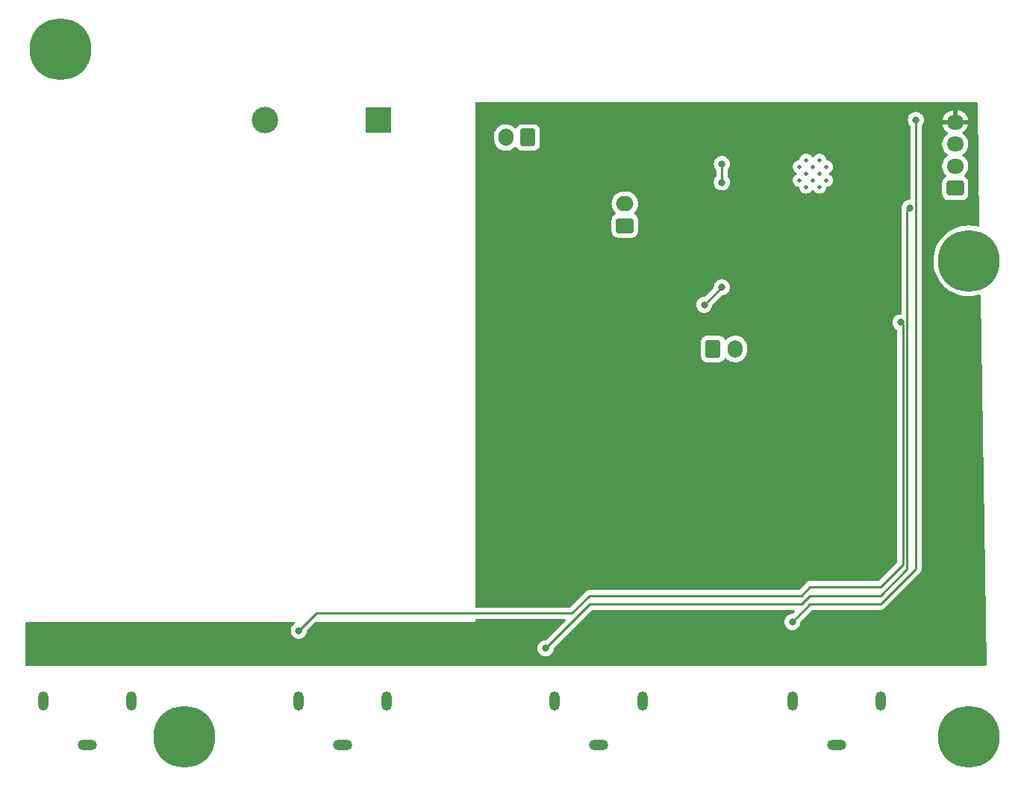
<source format=gbr>
%TF.GenerationSoftware,KiCad,Pcbnew,(6.0.10-0)*%
%TF.CreationDate,2023-07-20T21:22:02-04:00*%
%TF.ProjectId,Buzzers v2,42757a7a-6572-4732-9076-322e6b696361,rev?*%
%TF.SameCoordinates,Original*%
%TF.FileFunction,Copper,L2,Bot*%
%TF.FilePolarity,Positive*%
%FSLAX46Y46*%
G04 Gerber Fmt 4.6, Leading zero omitted, Abs format (unit mm)*
G04 Created by KiCad (PCBNEW (6.0.10-0)) date 2023-07-20 21:22:02*
%MOMM*%
%LPD*%
G01*
G04 APERTURE LIST*
G04 Aperture macros list*
%AMRoundRect*
0 Rectangle with rounded corners*
0 $1 Rounding radius*
0 $2 $3 $4 $5 $6 $7 $8 $9 X,Y pos of 4 corners*
0 Add a 4 corners polygon primitive as box body*
4,1,4,$2,$3,$4,$5,$6,$7,$8,$9,$2,$3,0*
0 Add four circle primitives for the rounded corners*
1,1,$1+$1,$2,$3*
1,1,$1+$1,$4,$5*
1,1,$1+$1,$6,$7*
1,1,$1+$1,$8,$9*
0 Add four rect primitives between the rounded corners*
20,1,$1+$1,$2,$3,$4,$5,0*
20,1,$1+$1,$4,$5,$6,$7,0*
20,1,$1+$1,$6,$7,$8,$9,0*
20,1,$1+$1,$8,$9,$2,$3,0*%
G04 Aperture macros list end*
%TA.AperFunction,ComponentPad*%
%ADD10RoundRect,0.250000X0.600000X0.750000X-0.600000X0.750000X-0.600000X-0.750000X0.600000X-0.750000X0*%
%TD*%
%TA.AperFunction,ComponentPad*%
%ADD11O,1.700000X2.000000*%
%TD*%
%TA.AperFunction,ComponentPad*%
%ADD12C,7.000000*%
%TD*%
%TA.AperFunction,ComponentPad*%
%ADD13RoundRect,0.250000X-0.600000X-0.750000X0.600000X-0.750000X0.600000X0.750000X-0.600000X0.750000X0*%
%TD*%
%TA.AperFunction,ComponentPad*%
%ADD14O,1.200000X2.200000*%
%TD*%
%TA.AperFunction,ComponentPad*%
%ADD15O,2.200000X1.200000*%
%TD*%
%TA.AperFunction,HeatsinkPad*%
%ADD16C,0.475000*%
%TD*%
%TA.AperFunction,ComponentPad*%
%ADD17R,3.000000X3.000000*%
%TD*%
%TA.AperFunction,ComponentPad*%
%ADD18C,3.000000*%
%TD*%
%TA.AperFunction,ComponentPad*%
%ADD19RoundRect,0.250000X0.725000X-0.600000X0.725000X0.600000X-0.725000X0.600000X-0.725000X-0.600000X0*%
%TD*%
%TA.AperFunction,ComponentPad*%
%ADD20O,1.950000X1.700000*%
%TD*%
%TA.AperFunction,ComponentPad*%
%ADD21RoundRect,0.250000X0.750000X-0.600000X0.750000X0.600000X-0.750000X0.600000X-0.750000X-0.600000X0*%
%TD*%
%TA.AperFunction,ComponentPad*%
%ADD22O,2.000000X1.700000*%
%TD*%
%TA.AperFunction,ViaPad*%
%ADD23C,0.800000*%
%TD*%
%TA.AperFunction,Conductor*%
%ADD24C,0.250000*%
%TD*%
G04 APERTURE END LIST*
D10*
%TO.P,J1,1,Pin_1*%
%TO.N,Net-(C1-Pad1)*%
X134000000Y-52000000D03*
D11*
%TO.P,J1,2,Pin_2*%
%TO.N,Net-(BT1-Pad1)*%
X131500000Y-52000000D03*
%TD*%
D12*
%TO.P,H2,1,1*%
%TO.N,GND*%
X184000000Y-120000000D03*
%TD*%
D13*
%TO.P,J8,1,Pin_1*%
%TO.N,Net-(U2-Pad10)*%
X155000000Y-76000000D03*
D11*
%TO.P,J8,2,Pin_2*%
%TO.N,GND*%
X157500000Y-76000000D03*
%TD*%
D12*
%TO.P,H3,1,1*%
%TO.N,GND*%
X81000000Y-42000000D03*
%TD*%
D14*
%TO.P,J5,R*%
%TO.N,Net-(J5-PadR)*%
X79000000Y-116000000D03*
D15*
%TO.P,J5,S*%
%TO.N,GND*%
X84000000Y-121000000D03*
D14*
%TO.P,J5,T*%
%TO.N,Net-(J5-PadT)*%
X89000000Y-116000000D03*
%TD*%
D12*
%TO.P,H1,1,1*%
%TO.N,GND*%
X184000000Y-66000000D03*
%TD*%
D16*
%TO.P,U2,39,GND*%
%TO.N,GND*%
X166320000Y-55327500D03*
X167082500Y-56090000D03*
X166320000Y-56852500D03*
X167082500Y-54565000D03*
X167845000Y-55327500D03*
X167082500Y-57615000D03*
X165557500Y-57615000D03*
X164795000Y-55327500D03*
X167845000Y-56852500D03*
X165557500Y-54565000D03*
X165557500Y-56090000D03*
X164795000Y-56852500D03*
%TD*%
D17*
%TO.P,BT1,1,+*%
%TO.N,Net-(BT1-Pad1)*%
X117000000Y-50000000D03*
D18*
%TO.P,BT1,2,-*%
%TO.N,GND*%
X104200000Y-50000000D03*
%TD*%
D19*
%TO.P,J6,1,Pin_1*%
%TO.N,Net-(J6-Pad1)*%
X182475000Y-57750000D03*
D20*
%TO.P,J6,2,Pin_2*%
%TO.N,Net-(J6-Pad2)*%
X182475000Y-55250000D03*
%TO.P,J6,3,Pin_3*%
%TO.N,GND*%
X182475000Y-52750000D03*
%TO.P,J6,4,Pin_4*%
%TO.N,+3.3V*%
X182475000Y-50250000D03*
%TD*%
D14*
%TO.P,J2,R*%
%TO.N,Net-(J2-PadR)*%
X164000000Y-116000000D03*
D15*
%TO.P,J2,S*%
%TO.N,GND*%
X169000000Y-121000000D03*
D14*
%TO.P,J2,T*%
%TO.N,Net-(J2-PadT)*%
X174000000Y-116000000D03*
%TD*%
%TO.P,J3,R*%
%TO.N,Net-(J3-PadR)*%
X137000000Y-116000000D03*
D15*
%TO.P,J3,S*%
%TO.N,GND*%
X142000000Y-121000000D03*
D14*
%TO.P,J3,T*%
%TO.N,Net-(J3-PadT)*%
X147000000Y-116000000D03*
%TD*%
%TO.P,J4,R*%
%TO.N,Net-(J4-PadR)*%
X108000000Y-116000000D03*
D15*
%TO.P,J4,S*%
%TO.N,GND*%
X113000000Y-121000000D03*
D14*
%TO.P,J4,T*%
%TO.N,Net-(J4-PadT)*%
X118000000Y-116000000D03*
%TD*%
D21*
%TO.P,J7,1,Pin_1*%
%TO.N,GND*%
X145000000Y-62000000D03*
D22*
%TO.P,J7,2,Pin_2*%
%TO.N,Net-(J7-Pad2)*%
X145000000Y-59500000D03*
%TD*%
D12*
%TO.P,H4,1,1*%
%TO.N,GND*%
X95000000Y-120000000D03*
%TD*%
D23*
%TO.N,+3.3V*%
X148000000Y-50000000D03*
X139000000Y-61000000D03*
X113000000Y-110000000D03*
X151000000Y-70000000D03*
X142000000Y-110000000D03*
X84000000Y-110000000D03*
X169000000Y-110000000D03*
%TO.N,Net-(C5-Pad1)*%
X156000000Y-57094500D03*
X156000000Y-55000000D03*
%TO.N,Net-(J5-PadR)*%
X156000000Y-69000000D03*
X154000000Y-71000000D03*
%TO.N,Net-(J4-PadR)*%
X108000000Y-108000000D03*
X176275500Y-73000000D03*
%TO.N,Net-(J3-PadR)*%
X177275500Y-60000000D03*
X136000000Y-110000000D03*
%TO.N,Net-(J2-PadR)*%
X164000000Y-107000000D03*
X178000000Y-50000000D03*
%TD*%
D24*
%TO.N,Net-(C5-Pad1)*%
X156000000Y-57094500D02*
X156000000Y-55000000D01*
%TO.N,Net-(J5-PadR)*%
X154000000Y-71000000D02*
X156000000Y-69000000D01*
%TO.N,Net-(J4-PadR)*%
X176550000Y-73274500D02*
X176275500Y-73000000D01*
X176550000Y-100000000D02*
X176550000Y-73274500D01*
X165000000Y-104000000D02*
X166000000Y-103000000D01*
X176550000Y-100450000D02*
X176550000Y-100000000D01*
X110000000Y-106000000D02*
X139000000Y-106000000D01*
X166000000Y-103000000D02*
X174000000Y-103000000D01*
X141000000Y-104000000D02*
X165000000Y-104000000D01*
X108000000Y-108000000D02*
X110000000Y-106000000D01*
X174000000Y-103000000D02*
X176550000Y-100450000D01*
X139000000Y-106000000D02*
X141000000Y-104000000D01*
%TO.N,Net-(J3-PadR)*%
X166000000Y-104000000D02*
X174000000Y-104000000D01*
X177000000Y-101000000D02*
X177000000Y-60275500D01*
X165000000Y-105000000D02*
X166000000Y-104000000D01*
X136000000Y-110000000D02*
X141000000Y-105000000D01*
X177000000Y-60275500D02*
X177275500Y-60000000D01*
X174000000Y-104000000D02*
X177000000Y-101000000D01*
X141000000Y-105000000D02*
X165000000Y-105000000D01*
%TO.N,Net-(J2-PadR)*%
X178000000Y-101000000D02*
X178000000Y-99000000D01*
X166000000Y-105000000D02*
X174000000Y-105000000D01*
X164000000Y-107000000D02*
X166000000Y-105000000D01*
X178000000Y-99000000D02*
X178000000Y-50000000D01*
X174000000Y-105000000D02*
X178000000Y-101000000D01*
%TD*%
%TA.AperFunction,Conductor*%
%TO.N,+3.3V*%
G36*
X184944074Y-48020002D02*
G01*
X184990567Y-48073658D01*
X185001938Y-48124031D01*
X185218906Y-62009996D01*
X185199970Y-62078421D01*
X185147048Y-62125747D01*
X185076940Y-62136947D01*
X185061590Y-62134007D01*
X184845099Y-62078421D01*
X184809977Y-62069403D01*
X184809974Y-62069402D01*
X184806993Y-62068637D01*
X184419508Y-62008651D01*
X184028018Y-61986764D01*
X184024939Y-61986893D01*
X184024936Y-61986893D01*
X183769188Y-61997612D01*
X183636261Y-62003183D01*
X183633217Y-62003611D01*
X183633215Y-62003611D01*
X183587784Y-62009996D01*
X183247976Y-62057753D01*
X182866869Y-62149953D01*
X182496579Y-62278902D01*
X182140638Y-62443369D01*
X181802446Y-62641785D01*
X181656223Y-62748022D01*
X181487711Y-62870453D01*
X181487705Y-62870458D01*
X181485230Y-62872256D01*
X181192017Y-63132583D01*
X181189938Y-63134828D01*
X181189931Y-63134835D01*
X180982816Y-63358500D01*
X180925608Y-63420279D01*
X180688544Y-63732599D01*
X180483089Y-64066562D01*
X180311203Y-64418980D01*
X180174527Y-64786489D01*
X180074367Y-65165581D01*
X180011677Y-65552638D01*
X179987057Y-65943965D01*
X180000741Y-66335827D01*
X180052599Y-66724484D01*
X180142136Y-67106225D01*
X180268496Y-67477407D01*
X180430475Y-67834487D01*
X180626525Y-68174056D01*
X180628314Y-68176554D01*
X180628316Y-68176558D01*
X180829915Y-68458148D01*
X180854776Y-68492874D01*
X181113049Y-68787896D01*
X181398878Y-69056308D01*
X181709536Y-69295546D01*
X181712139Y-69297173D01*
X181712144Y-69297176D01*
X181821119Y-69365271D01*
X182042056Y-69503328D01*
X182393266Y-69677670D01*
X182759812Y-69816907D01*
X183138195Y-69919712D01*
X183436419Y-69970153D01*
X183521783Y-69984591D01*
X183521786Y-69984591D01*
X183524805Y-69985102D01*
X183679444Y-69995916D01*
X183912885Y-70012240D01*
X183912893Y-70012240D01*
X183915951Y-70012454D01*
X184168037Y-70005413D01*
X184304825Y-70001592D01*
X184304828Y-70001592D01*
X184307899Y-70001506D01*
X184310952Y-70001120D01*
X184310956Y-70001120D01*
X184452576Y-69983229D01*
X184696908Y-69952362D01*
X184699912Y-69951680D01*
X184699915Y-69951679D01*
X185076269Y-69866174D01*
X185076275Y-69866172D01*
X185079265Y-69865493D01*
X185082184Y-69864522D01*
X185082191Y-69864520D01*
X185177221Y-69832908D01*
X185248172Y-69830385D01*
X185309225Y-69866622D01*
X185340994Y-69930114D01*
X185342976Y-69950491D01*
X185670488Y-90911264D01*
X185998000Y-111872031D01*
X185979064Y-111940456D01*
X185926142Y-111987782D01*
X185872015Y-112000000D01*
X77126000Y-112000000D01*
X77057879Y-111979998D01*
X77011386Y-111926342D01*
X77000000Y-111874000D01*
X77000000Y-107126000D01*
X77020002Y-107057879D01*
X77073658Y-107011386D01*
X77126000Y-107000000D01*
X107442962Y-107000000D01*
X107511083Y-107020002D01*
X107557576Y-107073658D01*
X107567680Y-107143932D01*
X107538186Y-107208512D01*
X107517025Y-107227934D01*
X107388747Y-107321134D01*
X107260960Y-107463056D01*
X107165473Y-107628444D01*
X107106458Y-107810072D01*
X107086496Y-108000000D01*
X107106458Y-108189928D01*
X107165473Y-108371556D01*
X107260960Y-108536944D01*
X107388747Y-108678866D01*
X107543248Y-108791118D01*
X107549276Y-108793802D01*
X107549278Y-108793803D01*
X107711681Y-108866109D01*
X107717712Y-108868794D01*
X107811113Y-108888647D01*
X107898056Y-108907128D01*
X107898061Y-108907128D01*
X107904513Y-108908500D01*
X108095487Y-108908500D01*
X108101939Y-108907128D01*
X108101944Y-108907128D01*
X108188887Y-108888647D01*
X108282288Y-108868794D01*
X108288319Y-108866109D01*
X108450722Y-108793803D01*
X108450724Y-108793802D01*
X108456752Y-108791118D01*
X108611253Y-108678866D01*
X108739040Y-108536944D01*
X108834527Y-108371556D01*
X108893542Y-108189928D01*
X108910907Y-108024706D01*
X108937920Y-107959050D01*
X108947113Y-107948791D01*
X109859002Y-107036903D01*
X109921312Y-107002879D01*
X109948095Y-107000000D01*
X128000000Y-107000000D01*
X128000000Y-106759500D01*
X128020002Y-106691379D01*
X128073658Y-106644886D01*
X128126000Y-106633500D01*
X138166406Y-106633500D01*
X138234527Y-106653502D01*
X138281020Y-106707158D01*
X138291124Y-106777432D01*
X138261630Y-106842012D01*
X138255502Y-106848594D01*
X137145045Y-107959050D01*
X136049500Y-109054595D01*
X135987188Y-109088621D01*
X135960405Y-109091500D01*
X135904513Y-109091500D01*
X135898061Y-109092872D01*
X135898056Y-109092872D01*
X135811112Y-109111353D01*
X135717712Y-109131206D01*
X135711682Y-109133891D01*
X135711681Y-109133891D01*
X135549278Y-109206197D01*
X135549276Y-109206198D01*
X135543248Y-109208882D01*
X135388747Y-109321134D01*
X135260960Y-109463056D01*
X135165473Y-109628444D01*
X135106458Y-109810072D01*
X135086496Y-110000000D01*
X135106458Y-110189928D01*
X135165473Y-110371556D01*
X135260960Y-110536944D01*
X135388747Y-110678866D01*
X135543248Y-110791118D01*
X135549276Y-110793802D01*
X135549278Y-110793803D01*
X135711681Y-110866109D01*
X135717712Y-110868794D01*
X135811113Y-110888647D01*
X135898056Y-110907128D01*
X135898061Y-110907128D01*
X135904513Y-110908500D01*
X136095487Y-110908500D01*
X136101939Y-110907128D01*
X136101944Y-110907128D01*
X136188887Y-110888647D01*
X136282288Y-110868794D01*
X136288319Y-110866109D01*
X136450722Y-110793803D01*
X136450724Y-110793802D01*
X136456752Y-110791118D01*
X136611253Y-110678866D01*
X136739040Y-110536944D01*
X136834527Y-110371556D01*
X136893542Y-110189928D01*
X136910907Y-110024706D01*
X136937920Y-109959050D01*
X136947122Y-109948782D01*
X141225500Y-105670405D01*
X141287812Y-105636379D01*
X141314595Y-105633500D01*
X164166405Y-105633500D01*
X164234526Y-105653502D01*
X164281019Y-105707158D01*
X164291123Y-105777432D01*
X164261629Y-105842012D01*
X164255500Y-105848595D01*
X164049500Y-106054595D01*
X163987188Y-106088621D01*
X163960405Y-106091500D01*
X163904513Y-106091500D01*
X163898061Y-106092872D01*
X163898056Y-106092872D01*
X163811113Y-106111353D01*
X163717712Y-106131206D01*
X163711682Y-106133891D01*
X163711681Y-106133891D01*
X163549278Y-106206197D01*
X163549276Y-106206198D01*
X163543248Y-106208882D01*
X163388747Y-106321134D01*
X163260960Y-106463056D01*
X163165473Y-106628444D01*
X163106458Y-106810072D01*
X163086496Y-107000000D01*
X163106458Y-107189928D01*
X163165473Y-107371556D01*
X163260960Y-107536944D01*
X163388747Y-107678866D01*
X163543248Y-107791118D01*
X163549276Y-107793802D01*
X163549278Y-107793803D01*
X163600560Y-107816635D01*
X163717712Y-107868794D01*
X163811112Y-107888647D01*
X163898056Y-107907128D01*
X163898061Y-107907128D01*
X163904513Y-107908500D01*
X164095487Y-107908500D01*
X164101939Y-107907128D01*
X164101944Y-107907128D01*
X164188888Y-107888647D01*
X164282288Y-107868794D01*
X164399440Y-107816635D01*
X164450722Y-107793803D01*
X164450724Y-107793802D01*
X164456752Y-107791118D01*
X164611253Y-107678866D01*
X164739040Y-107536944D01*
X164834527Y-107371556D01*
X164893542Y-107189928D01*
X164910907Y-107024706D01*
X164937920Y-106959050D01*
X164947122Y-106948782D01*
X166225500Y-105670405D01*
X166287812Y-105636379D01*
X166314595Y-105633500D01*
X173921233Y-105633500D01*
X173932416Y-105634027D01*
X173939909Y-105635702D01*
X173947835Y-105635453D01*
X173947836Y-105635453D01*
X174007986Y-105633562D01*
X174011945Y-105633500D01*
X174039856Y-105633500D01*
X174043791Y-105633003D01*
X174043856Y-105632995D01*
X174055693Y-105632062D01*
X174087951Y-105631048D01*
X174091970Y-105630922D01*
X174099889Y-105630673D01*
X174119343Y-105625021D01*
X174138700Y-105621013D01*
X174150930Y-105619468D01*
X174150931Y-105619468D01*
X174158797Y-105618474D01*
X174166168Y-105615555D01*
X174166170Y-105615555D01*
X174199912Y-105602196D01*
X174211142Y-105598351D01*
X174245983Y-105588229D01*
X174245984Y-105588229D01*
X174253593Y-105586018D01*
X174260412Y-105581985D01*
X174260417Y-105581983D01*
X174271028Y-105575707D01*
X174288776Y-105567012D01*
X174307617Y-105559552D01*
X174343387Y-105533564D01*
X174353307Y-105527048D01*
X174384535Y-105508580D01*
X174384538Y-105508578D01*
X174391362Y-105504542D01*
X174405683Y-105490221D01*
X174420717Y-105477380D01*
X174430694Y-105470131D01*
X174437107Y-105465472D01*
X174465298Y-105431395D01*
X174473288Y-105422616D01*
X178392247Y-101503657D01*
X178400537Y-101496113D01*
X178407018Y-101492000D01*
X178453659Y-101442332D01*
X178456413Y-101439491D01*
X178476134Y-101419770D01*
X178478612Y-101416575D01*
X178486318Y-101407553D01*
X178511158Y-101381101D01*
X178516586Y-101375321D01*
X178526346Y-101357568D01*
X178537199Y-101341045D01*
X178544753Y-101331306D01*
X178549613Y-101325041D01*
X178567176Y-101284457D01*
X178572383Y-101273827D01*
X178593695Y-101235060D01*
X178595666Y-101227383D01*
X178595668Y-101227378D01*
X178598732Y-101215442D01*
X178605138Y-101196730D01*
X178610033Y-101185419D01*
X178613181Y-101178145D01*
X178614421Y-101170317D01*
X178614423Y-101170310D01*
X178620099Y-101134476D01*
X178622505Y-101122856D01*
X178631528Y-101087711D01*
X178631528Y-101087710D01*
X178633500Y-101080030D01*
X178633500Y-101059776D01*
X178635051Y-101040065D01*
X178636980Y-101027886D01*
X178638220Y-101020057D01*
X178634059Y-100976038D01*
X178633500Y-100964181D01*
X178633500Y-55185774D01*
X180988102Y-55185774D01*
X180996751Y-55416158D01*
X181044093Y-55641791D01*
X181046051Y-55646750D01*
X181046052Y-55646752D01*
X181112463Y-55814913D01*
X181128776Y-55856221D01*
X181248377Y-56053317D01*
X181251874Y-56057347D01*
X181374034Y-56198124D01*
X181399477Y-56227445D01*
X181435120Y-56256670D01*
X181475114Y-56315329D01*
X181477046Y-56386299D01*
X181440302Y-56447048D01*
X181421532Y-56461248D01*
X181338258Y-56512780D01*
X181275652Y-56551522D01*
X181270479Y-56556704D01*
X181263920Y-56563274D01*
X181150695Y-56676697D01*
X181146855Y-56682927D01*
X181146854Y-56682928D01*
X181118314Y-56729229D01*
X181057885Y-56827262D01*
X181002203Y-56995139D01*
X181001503Y-57001975D01*
X181001502Y-57001978D01*
X180997689Y-57039196D01*
X180991500Y-57099600D01*
X180991500Y-58400400D01*
X181002474Y-58506166D01*
X181004655Y-58512702D01*
X181004655Y-58512704D01*
X181048728Y-58644806D01*
X181058450Y-58673946D01*
X181151522Y-58824348D01*
X181276697Y-58949305D01*
X181282927Y-58953145D01*
X181282928Y-58953146D01*
X181420090Y-59037694D01*
X181427262Y-59042115D01*
X181507005Y-59068564D01*
X181588611Y-59095632D01*
X181588613Y-59095632D01*
X181595139Y-59097797D01*
X181601975Y-59098497D01*
X181601978Y-59098498D01*
X181645031Y-59102909D01*
X181699600Y-59108500D01*
X183250400Y-59108500D01*
X183253646Y-59108163D01*
X183253650Y-59108163D01*
X183349308Y-59098238D01*
X183349312Y-59098237D01*
X183356166Y-59097526D01*
X183362702Y-59095345D01*
X183362704Y-59095345D01*
X183494806Y-59051272D01*
X183523946Y-59041550D01*
X183674348Y-58948478D01*
X183799305Y-58823303D01*
X183825047Y-58781542D01*
X183888275Y-58678968D01*
X183888276Y-58678966D01*
X183892115Y-58672738D01*
X183947797Y-58504861D01*
X183958500Y-58400400D01*
X183958500Y-57099600D01*
X183949750Y-57015269D01*
X183948238Y-57000692D01*
X183948237Y-57000688D01*
X183947526Y-56993834D01*
X183891550Y-56826054D01*
X183798478Y-56675652D01*
X183673303Y-56550695D01*
X183647488Y-56534782D01*
X183552591Y-56476287D01*
X183527660Y-56460919D01*
X183480168Y-56408148D01*
X183468744Y-56338076D01*
X183497018Y-56272952D01*
X183506805Y-56262490D01*
X183576746Y-56195769D01*
X183621135Y-56153424D01*
X183758754Y-55968458D01*
X183778776Y-55929079D01*
X183836820Y-55814913D01*
X183863240Y-55762949D01*
X183899321Y-55646752D01*
X183930024Y-55547871D01*
X183931607Y-55542773D01*
X183940381Y-55476574D01*
X183961198Y-55319511D01*
X183961198Y-55319506D01*
X183961898Y-55314226D01*
X183953249Y-55083842D01*
X183905907Y-54858209D01*
X183903859Y-54853023D01*
X183823185Y-54648744D01*
X183823184Y-54648742D01*
X183821224Y-54643779D01*
X183815733Y-54634729D01*
X183704390Y-54451243D01*
X183701623Y-54446683D01*
X183666041Y-54405678D01*
X183554023Y-54276588D01*
X183554021Y-54276586D01*
X183550523Y-54272555D01*
X183492867Y-54225280D01*
X183376373Y-54129760D01*
X183376367Y-54129756D01*
X183372245Y-54126376D01*
X183340750Y-54108448D01*
X183291445Y-54057368D01*
X183277583Y-53987738D01*
X183303566Y-53921667D01*
X183332716Y-53894427D01*
X183418792Y-53836477D01*
X183454319Y-53812559D01*
X183621135Y-53653424D01*
X183758754Y-53468458D01*
X183765136Y-53455907D01*
X183815818Y-53356221D01*
X183863240Y-53262949D01*
X183877486Y-53217072D01*
X183930024Y-53047871D01*
X183931607Y-53042773D01*
X183937290Y-52999892D01*
X183961198Y-52819511D01*
X183961198Y-52819506D01*
X183961898Y-52814226D01*
X183953249Y-52583842D01*
X183905907Y-52358209D01*
X183846543Y-52207890D01*
X183823185Y-52148744D01*
X183823184Y-52148742D01*
X183821224Y-52143779D01*
X183701623Y-51946683D01*
X183649772Y-51886930D01*
X183554023Y-51776588D01*
X183554021Y-51776586D01*
X183550523Y-51772555D01*
X183488491Y-51721692D01*
X183376373Y-51629760D01*
X183376367Y-51629756D01*
X183372245Y-51626376D01*
X183367602Y-51623733D01*
X183340265Y-51608171D01*
X183290959Y-51557088D01*
X183277098Y-51487458D01*
X183303082Y-51421387D01*
X183332232Y-51394149D01*
X183449578Y-51315148D01*
X183457870Y-51308481D01*
X183616900Y-51156772D01*
X183623941Y-51148814D01*
X183755141Y-50972475D01*
X183760745Y-50963438D01*
X183860357Y-50767516D01*
X183864357Y-50757665D01*
X183929534Y-50547760D01*
X183931817Y-50537376D01*
X183933861Y-50521957D01*
X183931665Y-50507793D01*
X183918478Y-50504000D01*
X181033808Y-50504000D01*
X181020277Y-50507973D01*
X181018752Y-50518580D01*
X181043477Y-50636421D01*
X181046537Y-50646617D01*
X181127263Y-50851029D01*
X181131994Y-50860561D01*
X181246016Y-51048462D01*
X181252280Y-51057052D01*
X181396327Y-51223052D01*
X181403958Y-51230472D01*
X181573911Y-51369826D01*
X181582674Y-51375848D01*
X181609711Y-51391238D01*
X181659018Y-51442320D01*
X181672880Y-51511951D01*
X181646897Y-51578022D01*
X181617747Y-51605261D01*
X181613425Y-51608171D01*
X181495681Y-51687441D01*
X181328865Y-51846576D01*
X181191246Y-52031542D01*
X181086760Y-52237051D01*
X181085178Y-52242145D01*
X181085177Y-52242148D01*
X181044109Y-52374409D01*
X181018393Y-52457227D01*
X181017692Y-52462516D01*
X180999090Y-52602872D01*
X180988102Y-52685774D01*
X180996751Y-52916158D01*
X180997846Y-52921377D01*
X181019159Y-53022954D01*
X181044093Y-53141791D01*
X181046051Y-53146750D01*
X181046052Y-53146752D01*
X181124003Y-53344134D01*
X181128776Y-53356221D01*
X181131543Y-53360780D01*
X181131544Y-53360783D01*
X181193998Y-53463703D01*
X181248377Y-53553317D01*
X181251874Y-53557347D01*
X181338438Y-53657103D01*
X181399477Y-53727445D01*
X181403608Y-53730832D01*
X181573627Y-53870240D01*
X181573633Y-53870244D01*
X181577755Y-53873624D01*
X181609250Y-53891552D01*
X181658555Y-53942632D01*
X181672417Y-54012262D01*
X181646434Y-54078333D01*
X181617284Y-54105573D01*
X181495681Y-54187441D01*
X181491824Y-54191120D01*
X181491822Y-54191122D01*
X181449807Y-54231203D01*
X181328865Y-54346576D01*
X181191246Y-54531542D01*
X181188830Y-54536293D01*
X181188828Y-54536297D01*
X181159716Y-54593557D01*
X181086760Y-54737051D01*
X181085178Y-54742145D01*
X181085177Y-54742148D01*
X181046358Y-54867166D01*
X181018393Y-54957227D01*
X181017692Y-54962516D01*
X180991362Y-55161179D01*
X180988102Y-55185774D01*
X178633500Y-55185774D01*
X178633500Y-50702524D01*
X178653502Y-50634403D01*
X178665858Y-50618221D01*
X178739040Y-50536944D01*
X178834527Y-50371556D01*
X178893542Y-50189928D01*
X178913504Y-50000000D01*
X178911196Y-49978043D01*
X181016139Y-49978043D01*
X181018335Y-49992207D01*
X181031522Y-49996000D01*
X182202885Y-49996000D01*
X182218124Y-49991525D01*
X182219329Y-49990135D01*
X182221000Y-49982452D01*
X182221000Y-49977885D01*
X182729000Y-49977885D01*
X182733475Y-49993124D01*
X182734865Y-49994329D01*
X182742548Y-49996000D01*
X183916192Y-49996000D01*
X183929723Y-49992027D01*
X183931248Y-49981420D01*
X183906523Y-49863579D01*
X183903463Y-49853383D01*
X183822737Y-49648971D01*
X183818006Y-49639439D01*
X183703984Y-49451538D01*
X183697720Y-49442948D01*
X183553673Y-49276948D01*
X183546042Y-49269528D01*
X183376089Y-49130174D01*
X183367322Y-49124150D01*
X183176318Y-49015424D01*
X183166654Y-49010959D01*
X182960059Y-48935969D01*
X182949792Y-48933198D01*
X182746826Y-48896496D01*
X182733586Y-48897915D01*
X182729000Y-48912550D01*
X182729000Y-49977885D01*
X182221000Y-49977885D01*
X182221000Y-48916151D01*
X182216690Y-48901473D01*
X182204807Y-48899410D01*
X182125675Y-48906124D01*
X182115203Y-48907914D01*
X181902465Y-48963130D01*
X181892425Y-48966665D01*
X181692030Y-49056937D01*
X181682744Y-49062106D01*
X181500425Y-49184850D01*
X181492130Y-49191519D01*
X181333100Y-49343228D01*
X181326059Y-49351186D01*
X181194859Y-49527525D01*
X181189255Y-49536562D01*
X181089643Y-49732484D01*
X181085643Y-49742335D01*
X181020466Y-49952240D01*
X181018183Y-49962624D01*
X181016139Y-49978043D01*
X178911196Y-49978043D01*
X178893542Y-49810072D01*
X178834527Y-49628444D01*
X178739040Y-49463056D01*
X178611253Y-49321134D01*
X178456752Y-49208882D01*
X178450724Y-49206198D01*
X178450722Y-49206197D01*
X178288319Y-49133891D01*
X178288318Y-49133891D01*
X178282288Y-49131206D01*
X178188887Y-49111353D01*
X178101944Y-49092872D01*
X178101939Y-49092872D01*
X178095487Y-49091500D01*
X177904513Y-49091500D01*
X177898061Y-49092872D01*
X177898056Y-49092872D01*
X177811113Y-49111353D01*
X177717712Y-49131206D01*
X177711682Y-49133891D01*
X177711681Y-49133891D01*
X177549278Y-49206197D01*
X177549276Y-49206198D01*
X177543248Y-49208882D01*
X177388747Y-49321134D01*
X177260960Y-49463056D01*
X177165473Y-49628444D01*
X177106458Y-49810072D01*
X177086496Y-50000000D01*
X177106458Y-50189928D01*
X177165473Y-50371556D01*
X177260960Y-50536944D01*
X177334137Y-50618215D01*
X177364853Y-50682221D01*
X177366500Y-50702524D01*
X177366500Y-58965500D01*
X177346498Y-59033621D01*
X177292842Y-59080114D01*
X177240500Y-59091500D01*
X177180013Y-59091500D01*
X177173561Y-59092872D01*
X177173556Y-59092872D01*
X177086612Y-59111353D01*
X176993212Y-59131206D01*
X176987182Y-59133891D01*
X176987181Y-59133891D01*
X176824778Y-59206197D01*
X176824776Y-59206198D01*
X176818748Y-59208882D01*
X176664247Y-59321134D01*
X176536460Y-59463056D01*
X176440973Y-59628444D01*
X176381958Y-59810072D01*
X176381268Y-59816633D01*
X176381268Y-59816635D01*
X176373369Y-59891791D01*
X176361996Y-60000000D01*
X176362686Y-60006565D01*
X176375511Y-60128596D01*
X176372243Y-60173098D01*
X176368472Y-60187786D01*
X176368471Y-60187792D01*
X176366500Y-60195470D01*
X176366500Y-60215724D01*
X176364949Y-60235434D01*
X176361780Y-60255443D01*
X176362526Y-60263335D01*
X176365941Y-60299461D01*
X176366500Y-60311319D01*
X176366500Y-71965500D01*
X176346498Y-72033621D01*
X176292842Y-72080114D01*
X176240500Y-72091500D01*
X176180013Y-72091500D01*
X176173561Y-72092872D01*
X176173556Y-72092872D01*
X176086612Y-72111353D01*
X175993212Y-72131206D01*
X175987182Y-72133891D01*
X175987181Y-72133891D01*
X175824778Y-72206197D01*
X175824776Y-72206198D01*
X175818748Y-72208882D01*
X175664247Y-72321134D01*
X175536460Y-72463056D01*
X175440973Y-72628444D01*
X175381958Y-72810072D01*
X175361996Y-73000000D01*
X175381958Y-73189928D01*
X175440973Y-73371556D01*
X175536460Y-73536944D01*
X175664247Y-73678866D01*
X175818748Y-73791118D01*
X175824775Y-73793801D01*
X175824783Y-73793806D01*
X175841750Y-73801360D01*
X175895845Y-73847340D01*
X175916500Y-73916466D01*
X175916500Y-100135406D01*
X175896498Y-100203527D01*
X175879595Y-100224501D01*
X173774500Y-102329595D01*
X173712188Y-102363621D01*
X173685405Y-102366500D01*
X166078768Y-102366500D01*
X166067585Y-102365973D01*
X166060092Y-102364298D01*
X166052166Y-102364547D01*
X166052165Y-102364547D01*
X165992002Y-102366438D01*
X165988044Y-102366500D01*
X165960144Y-102366500D01*
X165956154Y-102367004D01*
X165944320Y-102367936D01*
X165900111Y-102369326D01*
X165892495Y-102371539D01*
X165892493Y-102371539D01*
X165880652Y-102374979D01*
X165861293Y-102378988D01*
X165859983Y-102379154D01*
X165841203Y-102381526D01*
X165833837Y-102384442D01*
X165833831Y-102384444D01*
X165800098Y-102397800D01*
X165788868Y-102401645D01*
X165754017Y-102411770D01*
X165746407Y-102413981D01*
X165739584Y-102418016D01*
X165728966Y-102424295D01*
X165711213Y-102432992D01*
X165703568Y-102436019D01*
X165692383Y-102440448D01*
X165685968Y-102445109D01*
X165656612Y-102466437D01*
X165646695Y-102472951D01*
X165608638Y-102495458D01*
X165594317Y-102509779D01*
X165579284Y-102522619D01*
X165562893Y-102534528D01*
X165557843Y-102540632D01*
X165557838Y-102540637D01*
X165534707Y-102568598D01*
X165526717Y-102577379D01*
X164774499Y-103329596D01*
X164712187Y-103363621D01*
X164685404Y-103366500D01*
X141078767Y-103366500D01*
X141067584Y-103365973D01*
X141060091Y-103364298D01*
X141052165Y-103364547D01*
X141052164Y-103364547D01*
X140992014Y-103366438D01*
X140988055Y-103366500D01*
X140960144Y-103366500D01*
X140956210Y-103366997D01*
X140956209Y-103366997D01*
X140956144Y-103367005D01*
X140944307Y-103367938D01*
X140912490Y-103368938D01*
X140908029Y-103369078D01*
X140900110Y-103369327D01*
X140882454Y-103374456D01*
X140880658Y-103374978D01*
X140861306Y-103378986D01*
X140854235Y-103379880D01*
X140841203Y-103381526D01*
X140833834Y-103384443D01*
X140833832Y-103384444D01*
X140800097Y-103397800D01*
X140788869Y-103401645D01*
X140746407Y-103413982D01*
X140739584Y-103418017D01*
X140739582Y-103418018D01*
X140728972Y-103424293D01*
X140711224Y-103432988D01*
X140692383Y-103440448D01*
X140685967Y-103445110D01*
X140685966Y-103445110D01*
X140656613Y-103466436D01*
X140646693Y-103472952D01*
X140615465Y-103491420D01*
X140615462Y-103491422D01*
X140608638Y-103495458D01*
X140594317Y-103509779D01*
X140579284Y-103522619D01*
X140562893Y-103534528D01*
X140557842Y-103540634D01*
X140534702Y-103568605D01*
X140526712Y-103577384D01*
X138774500Y-105329595D01*
X138712188Y-105363621D01*
X138685405Y-105366500D01*
X128126000Y-105366500D01*
X128057879Y-105346498D01*
X128011386Y-105292842D01*
X128000000Y-105240500D01*
X128000000Y-76800400D01*
X153641500Y-76800400D01*
X153652474Y-76906166D01*
X153654655Y-76912702D01*
X153654655Y-76912704D01*
X153690033Y-77018744D01*
X153708450Y-77073946D01*
X153801522Y-77224348D01*
X153926697Y-77349305D01*
X153932927Y-77353145D01*
X153932928Y-77353146D01*
X154070090Y-77437694D01*
X154077262Y-77442115D01*
X154112938Y-77453948D01*
X154238611Y-77495632D01*
X154238613Y-77495632D01*
X154245139Y-77497797D01*
X154251975Y-77498497D01*
X154251978Y-77498498D01*
X154287663Y-77502154D01*
X154349600Y-77508500D01*
X155650400Y-77508500D01*
X155653646Y-77508163D01*
X155653650Y-77508163D01*
X155749308Y-77498238D01*
X155749312Y-77498237D01*
X155756166Y-77497526D01*
X155762702Y-77495345D01*
X155762704Y-77495345D01*
X155894806Y-77451272D01*
X155923946Y-77441550D01*
X156074348Y-77348478D01*
X156199305Y-77223303D01*
X156289081Y-77077660D01*
X156341852Y-77030168D01*
X156411924Y-77018744D01*
X156477048Y-77047018D01*
X156487510Y-77056805D01*
X156529215Y-77100523D01*
X156596576Y-77171135D01*
X156781542Y-77308754D01*
X156786293Y-77311170D01*
X156786297Y-77311172D01*
X156841218Y-77339095D01*
X156987051Y-77413240D01*
X156992145Y-77414822D01*
X156992148Y-77414823D01*
X157192020Y-77476885D01*
X157207227Y-77481607D01*
X157212516Y-77482308D01*
X157430489Y-77511198D01*
X157430494Y-77511198D01*
X157435774Y-77511898D01*
X157441103Y-77511698D01*
X157441105Y-77511698D01*
X157550966Y-77507574D01*
X157666158Y-77503249D01*
X157688802Y-77498498D01*
X157886572Y-77457002D01*
X157891791Y-77455907D01*
X157896750Y-77453949D01*
X157896752Y-77453948D01*
X158101256Y-77373185D01*
X158101258Y-77373184D01*
X158106221Y-77371224D01*
X158142343Y-77349305D01*
X158298757Y-77254390D01*
X158298756Y-77254390D01*
X158303317Y-77251623D01*
X158343134Y-77217072D01*
X158473412Y-77104023D01*
X158473414Y-77104021D01*
X158477445Y-77100523D01*
X158544500Y-77018744D01*
X158620240Y-76926373D01*
X158620244Y-76926367D01*
X158623624Y-76922245D01*
X158737675Y-76721886D01*
X158816337Y-76505175D01*
X158843727Y-76353708D01*
X158856623Y-76282392D01*
X158856624Y-76282385D01*
X158857361Y-76278308D01*
X158858500Y-76254156D01*
X158858500Y-75792110D01*
X158843920Y-75620280D01*
X158842582Y-75615125D01*
X158842581Y-75615119D01*
X158787343Y-75402297D01*
X158787342Y-75402293D01*
X158786001Y-75397128D01*
X158762104Y-75344077D01*
X158693507Y-75191798D01*
X158691312Y-75186925D01*
X158562559Y-74995681D01*
X158503918Y-74934209D01*
X158486827Y-74916294D01*
X158403424Y-74828865D01*
X158218458Y-74691246D01*
X158213707Y-74688830D01*
X158213703Y-74688828D01*
X158065173Y-74613312D01*
X158012949Y-74586760D01*
X158007855Y-74585178D01*
X158007852Y-74585177D01*
X157797871Y-74519976D01*
X157792773Y-74518393D01*
X157771941Y-74515632D01*
X157569511Y-74488802D01*
X157569506Y-74488802D01*
X157564226Y-74488102D01*
X157558897Y-74488302D01*
X157558895Y-74488302D01*
X157449034Y-74492426D01*
X157333842Y-74496751D01*
X157328623Y-74497846D01*
X157306566Y-74502474D01*
X157108209Y-74544093D01*
X157103250Y-74546051D01*
X157103248Y-74546052D01*
X156898744Y-74626815D01*
X156898742Y-74626816D01*
X156893779Y-74628776D01*
X156889220Y-74631543D01*
X156889217Y-74631544D01*
X156741724Y-74721045D01*
X156696683Y-74748377D01*
X156692653Y-74751874D01*
X156599484Y-74832722D01*
X156522555Y-74899477D01*
X156493330Y-74935120D01*
X156434671Y-74975114D01*
X156363701Y-74977046D01*
X156302952Y-74940302D01*
X156288752Y-74921532D01*
X156202332Y-74781880D01*
X156198478Y-74775652D01*
X156073303Y-74650695D01*
X156067072Y-74646854D01*
X155928968Y-74561725D01*
X155928966Y-74561724D01*
X155922738Y-74557885D01*
X155842995Y-74531436D01*
X155761389Y-74504368D01*
X155761387Y-74504368D01*
X155754861Y-74502203D01*
X155748025Y-74501503D01*
X155748022Y-74501502D01*
X155704969Y-74497091D01*
X155650400Y-74491500D01*
X154349600Y-74491500D01*
X154346354Y-74491837D01*
X154346350Y-74491837D01*
X154250692Y-74501762D01*
X154250688Y-74501763D01*
X154243834Y-74502474D01*
X154237298Y-74504655D01*
X154237296Y-74504655D01*
X154198220Y-74517692D01*
X154076054Y-74558450D01*
X153925652Y-74651522D01*
X153800695Y-74776697D01*
X153796855Y-74782927D01*
X153796854Y-74782928D01*
X153766161Y-74832722D01*
X153707885Y-74927262D01*
X153652203Y-75095139D01*
X153651503Y-75101975D01*
X153651502Y-75101978D01*
X153649338Y-75123102D01*
X153641500Y-75199600D01*
X153641500Y-76800400D01*
X128000000Y-76800400D01*
X128000000Y-71000000D01*
X153086496Y-71000000D01*
X153106458Y-71189928D01*
X153165473Y-71371556D01*
X153260960Y-71536944D01*
X153388747Y-71678866D01*
X153543248Y-71791118D01*
X153549276Y-71793802D01*
X153549278Y-71793803D01*
X153711681Y-71866109D01*
X153717712Y-71868794D01*
X153811112Y-71888647D01*
X153898056Y-71907128D01*
X153898061Y-71907128D01*
X153904513Y-71908500D01*
X154095487Y-71908500D01*
X154101939Y-71907128D01*
X154101944Y-71907128D01*
X154188888Y-71888647D01*
X154282288Y-71868794D01*
X154288319Y-71866109D01*
X154450722Y-71793803D01*
X154450724Y-71793802D01*
X154456752Y-71791118D01*
X154611253Y-71678866D01*
X154739040Y-71536944D01*
X154834527Y-71371556D01*
X154893542Y-71189928D01*
X154910907Y-71024706D01*
X154937920Y-70959050D01*
X154947122Y-70948782D01*
X155950500Y-69945405D01*
X156012812Y-69911379D01*
X156039595Y-69908500D01*
X156095487Y-69908500D01*
X156101939Y-69907128D01*
X156101944Y-69907128D01*
X156188888Y-69888647D01*
X156282288Y-69868794D01*
X156288319Y-69866109D01*
X156450722Y-69793803D01*
X156450724Y-69793802D01*
X156456752Y-69791118D01*
X156611253Y-69678866D01*
X156739040Y-69536944D01*
X156834527Y-69371556D01*
X156893542Y-69189928D01*
X156913504Y-69000000D01*
X156910907Y-68975293D01*
X156894232Y-68816635D01*
X156894232Y-68816633D01*
X156893542Y-68810072D01*
X156834527Y-68628444D01*
X156739040Y-68463056D01*
X156611253Y-68321134D01*
X156456752Y-68208882D01*
X156450724Y-68206198D01*
X156450722Y-68206197D01*
X156288319Y-68133891D01*
X156288318Y-68133891D01*
X156282288Y-68131206D01*
X156188888Y-68111353D01*
X156101944Y-68092872D01*
X156101939Y-68092872D01*
X156095487Y-68091500D01*
X155904513Y-68091500D01*
X155898061Y-68092872D01*
X155898056Y-68092872D01*
X155811112Y-68111353D01*
X155717712Y-68131206D01*
X155711682Y-68133891D01*
X155711681Y-68133891D01*
X155549278Y-68206197D01*
X155549276Y-68206198D01*
X155543248Y-68208882D01*
X155388747Y-68321134D01*
X155260960Y-68463056D01*
X155165473Y-68628444D01*
X155106458Y-68810072D01*
X155105768Y-68816633D01*
X155105768Y-68816635D01*
X155089093Y-68975293D01*
X155062080Y-69040950D01*
X155052878Y-69051218D01*
X154049500Y-70054595D01*
X153987188Y-70088621D01*
X153960405Y-70091500D01*
X153904513Y-70091500D01*
X153898061Y-70092872D01*
X153898056Y-70092872D01*
X153811112Y-70111353D01*
X153717712Y-70131206D01*
X153711682Y-70133891D01*
X153711681Y-70133891D01*
X153549278Y-70206197D01*
X153549276Y-70206198D01*
X153543248Y-70208882D01*
X153388747Y-70321134D01*
X153260960Y-70463056D01*
X153165473Y-70628444D01*
X153106458Y-70810072D01*
X153086496Y-71000000D01*
X128000000Y-71000000D01*
X128000000Y-59435774D01*
X143488102Y-59435774D01*
X143496751Y-59666158D01*
X143544093Y-59891791D01*
X143628776Y-60106221D01*
X143631543Y-60110780D01*
X143631544Y-60110783D01*
X143656035Y-60151142D01*
X143748377Y-60303317D01*
X143751874Y-60307347D01*
X143838438Y-60407103D01*
X143899477Y-60477445D01*
X143935120Y-60506670D01*
X143975114Y-60565329D01*
X143977046Y-60636299D01*
X143940302Y-60697048D01*
X143921532Y-60711248D01*
X143790579Y-60792285D01*
X143775652Y-60801522D01*
X143650695Y-60926697D01*
X143557885Y-61077262D01*
X143502203Y-61245139D01*
X143491500Y-61349600D01*
X143491500Y-62650400D01*
X143491837Y-62653646D01*
X143491837Y-62653650D01*
X143493824Y-62672795D01*
X143502474Y-62756166D01*
X143558450Y-62923946D01*
X143651522Y-63074348D01*
X143776697Y-63199305D01*
X143782927Y-63203145D01*
X143782928Y-63203146D01*
X143920090Y-63287694D01*
X143927262Y-63292115D01*
X144007005Y-63318564D01*
X144088611Y-63345632D01*
X144088613Y-63345632D01*
X144095139Y-63347797D01*
X144101975Y-63348497D01*
X144101978Y-63348498D01*
X144145031Y-63352909D01*
X144199600Y-63358500D01*
X145800400Y-63358500D01*
X145803646Y-63358163D01*
X145803650Y-63358163D01*
X145899308Y-63348238D01*
X145899312Y-63348237D01*
X145906166Y-63347526D01*
X145912702Y-63345345D01*
X145912704Y-63345345D01*
X146044806Y-63301272D01*
X146073946Y-63291550D01*
X146224348Y-63198478D01*
X146349305Y-63073303D01*
X146442115Y-62922738D01*
X146497797Y-62754861D01*
X146508500Y-62650400D01*
X146508500Y-61349600D01*
X146497526Y-61243834D01*
X146441550Y-61076054D01*
X146348478Y-60925652D01*
X146223303Y-60800695D01*
X146077660Y-60710919D01*
X146030168Y-60658148D01*
X146018744Y-60588076D01*
X146047018Y-60522952D01*
X146056805Y-60512490D01*
X146167278Y-60407103D01*
X146171135Y-60403424D01*
X146308754Y-60218458D01*
X146316411Y-60203399D01*
X146410822Y-60017704D01*
X146413240Y-60012949D01*
X146415223Y-60006565D01*
X146480024Y-59797871D01*
X146481607Y-59792773D01*
X146482308Y-59787484D01*
X146511198Y-59569511D01*
X146511198Y-59569506D01*
X146511898Y-59564226D01*
X146503249Y-59333842D01*
X146455907Y-59108209D01*
X146430715Y-59044419D01*
X146373185Y-58898744D01*
X146373184Y-58898742D01*
X146371224Y-58893779D01*
X146331602Y-58828483D01*
X146254390Y-58701243D01*
X146251623Y-58696683D01*
X146164755Y-58596576D01*
X146104023Y-58526588D01*
X146104021Y-58526586D01*
X146100523Y-58522555D01*
X146058970Y-58488484D01*
X145926373Y-58379760D01*
X145926367Y-58379756D01*
X145922245Y-58376376D01*
X145917609Y-58373737D01*
X145917606Y-58373735D01*
X145726529Y-58264968D01*
X145721886Y-58262325D01*
X145505175Y-58183663D01*
X145499926Y-58182714D01*
X145499923Y-58182713D01*
X145282392Y-58143377D01*
X145282385Y-58143376D01*
X145278308Y-58142639D01*
X145260586Y-58141803D01*
X145255644Y-58141570D01*
X145255637Y-58141570D01*
X145254156Y-58141500D01*
X144792110Y-58141500D01*
X144725191Y-58147178D01*
X144625591Y-58155629D01*
X144625587Y-58155630D01*
X144620280Y-58156080D01*
X144615125Y-58157418D01*
X144615119Y-58157419D01*
X144402297Y-58212657D01*
X144402293Y-58212658D01*
X144397128Y-58213999D01*
X144392262Y-58216191D01*
X144392259Y-58216192D01*
X144283980Y-58264968D01*
X144186925Y-58308688D01*
X143995681Y-58437441D01*
X143828865Y-58596576D01*
X143691246Y-58781542D01*
X143688830Y-58786293D01*
X143688828Y-58786297D01*
X143669482Y-58824348D01*
X143586760Y-58987051D01*
X143585178Y-58992145D01*
X143585177Y-58992148D01*
X143542424Y-59129834D01*
X143518393Y-59207227D01*
X143517692Y-59212516D01*
X143502304Y-59328623D01*
X143488102Y-59435774D01*
X128000000Y-59435774D01*
X128000000Y-57094500D01*
X155086496Y-57094500D01*
X155106458Y-57284428D01*
X155165473Y-57466056D01*
X155260960Y-57631444D01*
X155388747Y-57773366D01*
X155543248Y-57885618D01*
X155549276Y-57888302D01*
X155549278Y-57888303D01*
X155706165Y-57958153D01*
X155717712Y-57963294D01*
X155811112Y-57983147D01*
X155898056Y-58001628D01*
X155898061Y-58001628D01*
X155904513Y-58003000D01*
X156095487Y-58003000D01*
X156101939Y-58001628D01*
X156101944Y-58001628D01*
X156188888Y-57983147D01*
X156282288Y-57963294D01*
X156293835Y-57958153D01*
X156450722Y-57888303D01*
X156450724Y-57888302D01*
X156456752Y-57885618D01*
X156611253Y-57773366D01*
X156739040Y-57631444D01*
X156834527Y-57466056D01*
X156893542Y-57284428D01*
X156913504Y-57094500D01*
X156912814Y-57087935D01*
X156894232Y-56911135D01*
X156894232Y-56911133D01*
X156893542Y-56904572D01*
X156873217Y-56842018D01*
X164044353Y-56842018D01*
X164060685Y-57008583D01*
X164062909Y-57015268D01*
X164062909Y-57015269D01*
X164073059Y-57045781D01*
X164113513Y-57167391D01*
X164200212Y-57310548D01*
X164316473Y-57430940D01*
X164456517Y-57522582D01*
X164613384Y-57580920D01*
X164677896Y-57589528D01*
X164708084Y-57593556D01*
X164772961Y-57622392D01*
X164811949Y-57681725D01*
X164816818Y-57706152D01*
X164823185Y-57771083D01*
X164825409Y-57777768D01*
X164825409Y-57777769D01*
X164835559Y-57808281D01*
X164876013Y-57929891D01*
X164879660Y-57935913D01*
X164879661Y-57935915D01*
X164901283Y-57971616D01*
X164962712Y-58073048D01*
X165078973Y-58193440D01*
X165219017Y-58285082D01*
X165375884Y-58343420D01*
X165382865Y-58344351D01*
X165382867Y-58344352D01*
X165534797Y-58364624D01*
X165534801Y-58364624D01*
X165541778Y-58365555D01*
X165548790Y-58364917D01*
X165548793Y-58364917D01*
X165701435Y-58351026D01*
X165701438Y-58351025D01*
X165708453Y-58350387D01*
X165737451Y-58340965D01*
X165860930Y-58300844D01*
X165860932Y-58300843D01*
X165867626Y-58298668D01*
X165931649Y-58260503D01*
X166005333Y-58216579D01*
X166005335Y-58216578D01*
X166011385Y-58212971D01*
X166132585Y-58097554D01*
X166216258Y-57971616D01*
X166270616Y-57925946D01*
X166341036Y-57916914D01*
X166405160Y-57947388D01*
X166428981Y-57976072D01*
X166487712Y-58073048D01*
X166603973Y-58193440D01*
X166744017Y-58285082D01*
X166900884Y-58343420D01*
X166907865Y-58344351D01*
X166907867Y-58344352D01*
X167059797Y-58364624D01*
X167059801Y-58364624D01*
X167066778Y-58365555D01*
X167073790Y-58364917D01*
X167073793Y-58364917D01*
X167226435Y-58351026D01*
X167226438Y-58351025D01*
X167233453Y-58350387D01*
X167262451Y-58340965D01*
X167385930Y-58300844D01*
X167385932Y-58300843D01*
X167392626Y-58298668D01*
X167456649Y-58260503D01*
X167530333Y-58216579D01*
X167530335Y-58216578D01*
X167536385Y-58212971D01*
X167657585Y-58097554D01*
X167661486Y-58091683D01*
X167746302Y-57964025D01*
X167746303Y-57964023D01*
X167750203Y-57958153D01*
X167809635Y-57801696D01*
X167823760Y-57701188D01*
X167853048Y-57636514D01*
X167912652Y-57597940D01*
X167937114Y-57593242D01*
X167988934Y-57588526D01*
X167988936Y-57588526D01*
X167995953Y-57587887D01*
X168002651Y-57585711D01*
X168002654Y-57585710D01*
X168148430Y-57538344D01*
X168148432Y-57538343D01*
X168155126Y-57536168D01*
X168192487Y-57513896D01*
X168292833Y-57454079D01*
X168292835Y-57454078D01*
X168298885Y-57450471D01*
X168420085Y-57335054D01*
X168423986Y-57329183D01*
X168508802Y-57201525D01*
X168508803Y-57201523D01*
X168512703Y-57195653D01*
X168550405Y-57096402D01*
X168569634Y-57045781D01*
X168569635Y-57045778D01*
X168572135Y-57039196D01*
X168595427Y-56873461D01*
X168595720Y-56852500D01*
X168577064Y-56686179D01*
X168522024Y-56528125D01*
X168516137Y-56518703D01*
X168437067Y-56392166D01*
X168433334Y-56386192D01*
X168315404Y-56267435D01*
X168299329Y-56257233D01*
X168202476Y-56195769D01*
X168155677Y-56142380D01*
X168145172Y-56072165D01*
X168174296Y-56007417D01*
X168205472Y-55981156D01*
X168252684Y-55953012D01*
X168292833Y-55929079D01*
X168292835Y-55929078D01*
X168298885Y-55925471D01*
X168420085Y-55810054D01*
X168423986Y-55804183D01*
X168508802Y-55676525D01*
X168508803Y-55676523D01*
X168512703Y-55670653D01*
X168561280Y-55542773D01*
X168569634Y-55520781D01*
X168569635Y-55520778D01*
X168572135Y-55514196D01*
X168595427Y-55348461D01*
X168595720Y-55327500D01*
X168577064Y-55161179D01*
X168522024Y-55003125D01*
X168516137Y-54993703D01*
X168437067Y-54867166D01*
X168433334Y-54861192D01*
X168315404Y-54742435D01*
X168306921Y-54737051D01*
X168261003Y-54707911D01*
X168174094Y-54652757D01*
X168136069Y-54639217D01*
X168023063Y-54598977D01*
X168023058Y-54598976D01*
X168016428Y-54596615D01*
X168009440Y-54595782D01*
X168009437Y-54595781D01*
X167971691Y-54591280D01*
X167933494Y-54586725D01*
X167868221Y-54558799D01*
X167828408Y-54500016D01*
X167823198Y-54475656D01*
X167821235Y-54458148D01*
X167814564Y-54398679D01*
X167759524Y-54240625D01*
X167753637Y-54231203D01*
X167674567Y-54104666D01*
X167670834Y-54098692D01*
X167552904Y-53979935D01*
X167411594Y-53890257D01*
X167364883Y-53873624D01*
X167260563Y-53836477D01*
X167260558Y-53836476D01*
X167253928Y-53834115D01*
X167246940Y-53833282D01*
X167246937Y-53833281D01*
X167132650Y-53819653D01*
X167087741Y-53814298D01*
X167080739Y-53815034D01*
X167080737Y-53815034D01*
X166928294Y-53831057D01*
X166928292Y-53831057D01*
X166921294Y-53831793D01*
X166838187Y-53860085D01*
X166769529Y-53883457D01*
X166769526Y-53883458D01*
X166762859Y-53885728D01*
X166620311Y-53973425D01*
X166500734Y-54090523D01*
X166496918Y-54096444D01*
X166496915Y-54096448D01*
X166425507Y-54207251D01*
X166371793Y-54253676D01*
X166301506Y-54263691D01*
X166236963Y-54234115D01*
X166212742Y-54205766D01*
X166166151Y-54131206D01*
X166145834Y-54098692D01*
X166027904Y-53979935D01*
X165886594Y-53890257D01*
X165839883Y-53873624D01*
X165735563Y-53836477D01*
X165735558Y-53836476D01*
X165728928Y-53834115D01*
X165721940Y-53833282D01*
X165721937Y-53833281D01*
X165607650Y-53819653D01*
X165562741Y-53814298D01*
X165555739Y-53815034D01*
X165555737Y-53815034D01*
X165403294Y-53831057D01*
X165403292Y-53831057D01*
X165396294Y-53831793D01*
X165313187Y-53860085D01*
X165244529Y-53883457D01*
X165244526Y-53883458D01*
X165237859Y-53885728D01*
X165095311Y-53973425D01*
X164975734Y-54090523D01*
X164971919Y-54096443D01*
X164971918Y-54096444D01*
X164950400Y-54129834D01*
X164885071Y-54231203D01*
X164827829Y-54388474D01*
X164816816Y-54475656D01*
X164816606Y-54477315D01*
X164788225Y-54542391D01*
X164729165Y-54581793D01*
X164704774Y-54586832D01*
X164669873Y-54590501D01*
X164640794Y-54593557D01*
X164640792Y-54593557D01*
X164633794Y-54594293D01*
X164550687Y-54622585D01*
X164482029Y-54645957D01*
X164482026Y-54645958D01*
X164475359Y-54648228D01*
X164332811Y-54735925D01*
X164213234Y-54853023D01*
X164122571Y-54993703D01*
X164065329Y-55150974D01*
X164044353Y-55317018D01*
X164060685Y-55483583D01*
X164062909Y-55490268D01*
X164062909Y-55490269D01*
X164073059Y-55520781D01*
X164113513Y-55642391D01*
X164117160Y-55648413D01*
X164117161Y-55648415D01*
X164186526Y-55762949D01*
X164200212Y-55785548D01*
X164316473Y-55905940D01*
X164322365Y-55909795D01*
X164322369Y-55909799D01*
X164437862Y-55985375D01*
X164483911Y-56039412D01*
X164493434Y-56109767D01*
X164463409Y-56174102D01*
X164434891Y-56198124D01*
X164338811Y-56257233D01*
X164338807Y-56257236D01*
X164332811Y-56260925D01*
X164213234Y-56378023D01*
X164209419Y-56383943D01*
X164209418Y-56383944D01*
X164149907Y-56476287D01*
X164122571Y-56518703D01*
X164065329Y-56675974D01*
X164044353Y-56842018D01*
X156873217Y-56842018D01*
X156834527Y-56722944D01*
X156739040Y-56557556D01*
X156665863Y-56476285D01*
X156635147Y-56412279D01*
X156633500Y-56391976D01*
X156633500Y-55702524D01*
X156653502Y-55634403D01*
X156665858Y-55618221D01*
X156739040Y-55536944D01*
X156834527Y-55371556D01*
X156893542Y-55189928D01*
X156905241Y-55078623D01*
X156912814Y-55006565D01*
X156913504Y-55000000D01*
X156898679Y-54858944D01*
X156894232Y-54816635D01*
X156894232Y-54816633D01*
X156893542Y-54810072D01*
X156834527Y-54628444D01*
X156816151Y-54596615D01*
X156747272Y-54477315D01*
X156739040Y-54463056D01*
X156675084Y-54392025D01*
X156615675Y-54326045D01*
X156615674Y-54326044D01*
X156611253Y-54321134D01*
X156500442Y-54240625D01*
X156462094Y-54212763D01*
X156462093Y-54212762D01*
X156456752Y-54208882D01*
X156450724Y-54206198D01*
X156450722Y-54206197D01*
X156288319Y-54133891D01*
X156288318Y-54133891D01*
X156282288Y-54131206D01*
X156175230Y-54108450D01*
X156101944Y-54092872D01*
X156101939Y-54092872D01*
X156095487Y-54091500D01*
X155904513Y-54091500D01*
X155898061Y-54092872D01*
X155898056Y-54092872D01*
X155824770Y-54108450D01*
X155717712Y-54131206D01*
X155711682Y-54133891D01*
X155711681Y-54133891D01*
X155549278Y-54206197D01*
X155549276Y-54206198D01*
X155543248Y-54208882D01*
X155537907Y-54212762D01*
X155537906Y-54212763D01*
X155499558Y-54240625D01*
X155388747Y-54321134D01*
X155384326Y-54326044D01*
X155384325Y-54326045D01*
X155324917Y-54392025D01*
X155260960Y-54463056D01*
X155252728Y-54477315D01*
X155183850Y-54596615D01*
X155165473Y-54628444D01*
X155106458Y-54810072D01*
X155105768Y-54816633D01*
X155105768Y-54816635D01*
X155101321Y-54858944D01*
X155086496Y-55000000D01*
X155087186Y-55006565D01*
X155094760Y-55078623D01*
X155106458Y-55189928D01*
X155165473Y-55371556D01*
X155260960Y-55536944D01*
X155334137Y-55618215D01*
X155364853Y-55682221D01*
X155366500Y-55702524D01*
X155366500Y-56391976D01*
X155346498Y-56460097D01*
X155334142Y-56476279D01*
X155260960Y-56557556D01*
X155165473Y-56722944D01*
X155106458Y-56904572D01*
X155105768Y-56911133D01*
X155105768Y-56911135D01*
X155087186Y-57087935D01*
X155086496Y-57094500D01*
X128000000Y-57094500D01*
X128000000Y-52207890D01*
X130141500Y-52207890D01*
X130141725Y-52210539D01*
X130154698Y-52363428D01*
X130156080Y-52379720D01*
X130157418Y-52384875D01*
X130157419Y-52384881D01*
X130210443Y-52589173D01*
X130213999Y-52602872D01*
X130308688Y-52813075D01*
X130437441Y-53004319D01*
X130441120Y-53008176D01*
X130441122Y-53008178D01*
X130502710Y-53072738D01*
X130596576Y-53171135D01*
X130781542Y-53308754D01*
X130786293Y-53311170D01*
X130786297Y-53311172D01*
X130849481Y-53343296D01*
X130987051Y-53413240D01*
X130992145Y-53414822D01*
X130992148Y-53414823D01*
X131178671Y-53472740D01*
X131207227Y-53481607D01*
X131212516Y-53482308D01*
X131430489Y-53511198D01*
X131430494Y-53511198D01*
X131435774Y-53511898D01*
X131441103Y-53511698D01*
X131441105Y-53511698D01*
X131550966Y-53507573D01*
X131666158Y-53503249D01*
X131688802Y-53498498D01*
X131778974Y-53479578D01*
X131891791Y-53455907D01*
X131896750Y-53453949D01*
X131896752Y-53453948D01*
X132101256Y-53373185D01*
X132101258Y-53373184D01*
X132106221Y-53371224D01*
X132123428Y-53360783D01*
X132298757Y-53254390D01*
X132298756Y-53254390D01*
X132303317Y-53251623D01*
X132343134Y-53217072D01*
X132473412Y-53104023D01*
X132473414Y-53104021D01*
X132477445Y-53100523D01*
X132506670Y-53064880D01*
X132565329Y-53024886D01*
X132636299Y-53022954D01*
X132697048Y-53059698D01*
X132711248Y-53078468D01*
X132722341Y-53096394D01*
X132801522Y-53224348D01*
X132926697Y-53349305D01*
X132932927Y-53353145D01*
X132932928Y-53353146D01*
X133070090Y-53437694D01*
X133077262Y-53442115D01*
X133112938Y-53453948D01*
X133238611Y-53495632D01*
X133238613Y-53495632D01*
X133245139Y-53497797D01*
X133251975Y-53498497D01*
X133251978Y-53498498D01*
X133287663Y-53502154D01*
X133349600Y-53508500D01*
X134650400Y-53508500D01*
X134653646Y-53508163D01*
X134653650Y-53508163D01*
X134749308Y-53498238D01*
X134749312Y-53498237D01*
X134756166Y-53497526D01*
X134762702Y-53495345D01*
X134762704Y-53495345D01*
X134894806Y-53451272D01*
X134923946Y-53441550D01*
X135074348Y-53348478D01*
X135199305Y-53223303D01*
X135231462Y-53171135D01*
X135288275Y-53078968D01*
X135288276Y-53078966D01*
X135292115Y-53072738D01*
X135347797Y-52904861D01*
X135358500Y-52800400D01*
X135358500Y-51199600D01*
X135358163Y-51196350D01*
X135348238Y-51100692D01*
X135348237Y-51100688D01*
X135347526Y-51093834D01*
X135343710Y-51082394D01*
X135293868Y-50933002D01*
X135291550Y-50926054D01*
X135198478Y-50775652D01*
X135073303Y-50650695D01*
X135067072Y-50646854D01*
X134928968Y-50561725D01*
X134928966Y-50561724D01*
X134922738Y-50557885D01*
X134814418Y-50521957D01*
X134761389Y-50504368D01*
X134761387Y-50504368D01*
X134754861Y-50502203D01*
X134748025Y-50501503D01*
X134748022Y-50501502D01*
X134704969Y-50497091D01*
X134650400Y-50491500D01*
X133349600Y-50491500D01*
X133346354Y-50491837D01*
X133346350Y-50491837D01*
X133250692Y-50501762D01*
X133250688Y-50501763D01*
X133243834Y-50502474D01*
X133237298Y-50504655D01*
X133237296Y-50504655D01*
X133157654Y-50531226D01*
X133076054Y-50558450D01*
X132925652Y-50651522D01*
X132800695Y-50776697D01*
X132727170Y-50895977D01*
X132710920Y-50922339D01*
X132658148Y-50969832D01*
X132588076Y-50981256D01*
X132522952Y-50952982D01*
X132512490Y-50943195D01*
X132467446Y-50895977D01*
X132403424Y-50828865D01*
X132218458Y-50691246D01*
X132213707Y-50688830D01*
X132213703Y-50688828D01*
X132091731Y-50626815D01*
X132012949Y-50586760D01*
X132007855Y-50585178D01*
X132007852Y-50585177D01*
X131804251Y-50521957D01*
X131792773Y-50518393D01*
X131787484Y-50517692D01*
X131569511Y-50488802D01*
X131569506Y-50488802D01*
X131564226Y-50488102D01*
X131558897Y-50488302D01*
X131558895Y-50488302D01*
X131449034Y-50492426D01*
X131333842Y-50496751D01*
X131328623Y-50497846D01*
X131223151Y-50519976D01*
X131108209Y-50544093D01*
X131103250Y-50546051D01*
X131103248Y-50546052D01*
X130898744Y-50626815D01*
X130898742Y-50626816D01*
X130893779Y-50628776D01*
X130889220Y-50631543D01*
X130889217Y-50631544D01*
X130790832Y-50691246D01*
X130696683Y-50748377D01*
X130692653Y-50751874D01*
X130578387Y-50851029D01*
X130522555Y-50899477D01*
X130503809Y-50922339D01*
X130379760Y-51073627D01*
X130379756Y-51073633D01*
X130376376Y-51077755D01*
X130262325Y-51278114D01*
X130183663Y-51494825D01*
X130182714Y-51500074D01*
X130182713Y-51500077D01*
X130143377Y-51717608D01*
X130143376Y-51717615D01*
X130142639Y-51721692D01*
X130141500Y-51745844D01*
X130141500Y-52207890D01*
X128000000Y-52207890D01*
X128000000Y-48126000D01*
X128020002Y-48057879D01*
X128073658Y-48011386D01*
X128126000Y-48000000D01*
X184875953Y-48000000D01*
X184944074Y-48020002D01*
G37*
%TD.AperFunction*%
%TD*%
M02*

</source>
